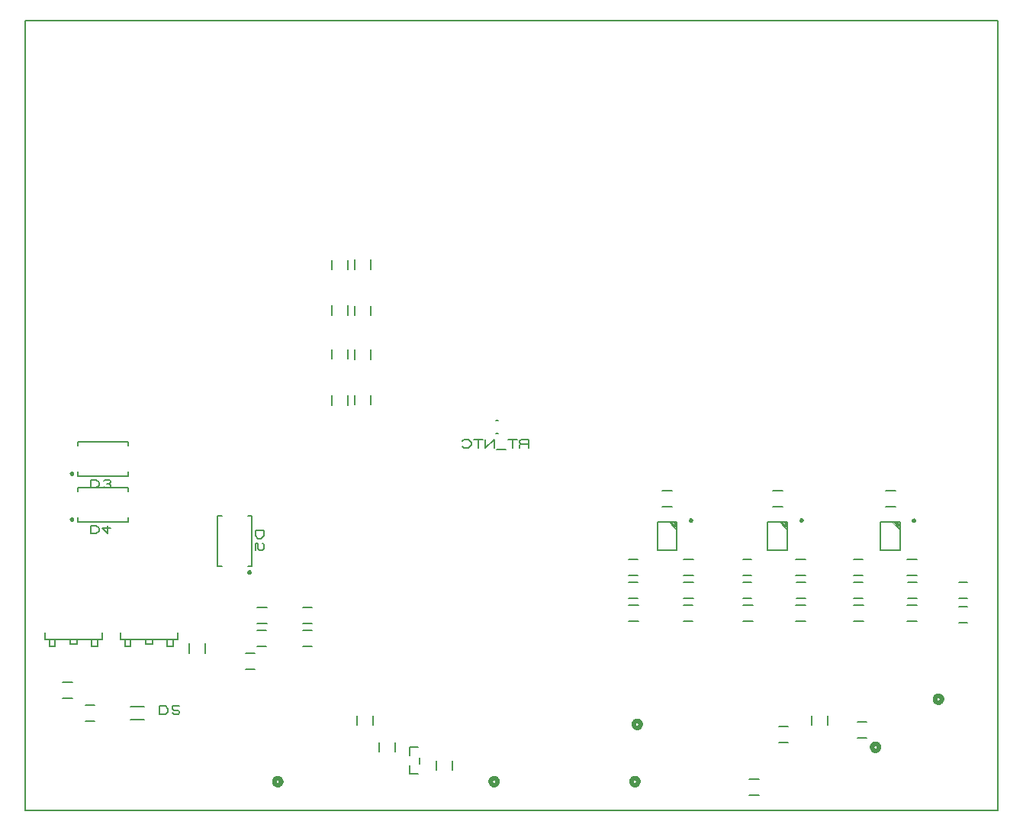
<source format=gbr>
G04 PROTEUS GERBER X2 FILE*
%TF.GenerationSoftware,Labcenter,Proteus,8.7-SP3-Build25561*%
%TF.CreationDate,2021-07-03T21:28:02+00:00*%
%TF.FileFunction,Legend,Bot*%
%TF.FilePolarity,Positive*%
%TF.Part,Single*%
%TF.SameCoordinates,{f2efd226-c5f6-4210-91bb-6bc09b7e039f}*%
%FSLAX45Y45*%
%MOMM*%
G01*
%TA.AperFunction,Profile*%
%ADD39C,0.203200*%
%TA.AperFunction,Material*%
%ADD48C,0.200000*%
%ADD46C,0.203200*%
%ADD52C,0.250000*%
%ADD53C,0.100000*%
%ADD49C,0.508000*%
%TD.AperFunction*%
D39*
X-1079500Y-6413500D02*
X+9715500Y-6413500D01*
X+9715500Y+2349500D01*
X-1079500Y+2349500D01*
X-1079500Y-6413500D01*
D48*
X+2503000Y-811000D02*
X+2503000Y-921000D01*
X+2323000Y-811000D02*
X+2323000Y-921000D01*
X+2503000Y-313000D02*
X+2503000Y-413000D01*
X+2323000Y-313000D02*
X+2323000Y-413000D01*
X+2757000Y-303000D02*
X+2757000Y-413000D01*
X+2577000Y-303000D02*
X+2577000Y-413000D01*
X+2757000Y-821000D02*
X+2757000Y-921000D01*
X+2577000Y-821000D02*
X+2577000Y-921000D01*
D46*
X-228600Y-4445000D02*
X-228600Y-4521200D01*
X-863600Y-4521200D01*
X-863600Y-4445000D01*
X-508000Y-4521200D02*
X-508000Y-4572000D01*
X-584200Y-4572000D01*
X-584200Y-4521200D01*
X-279400Y-4521200D02*
X-279400Y-4597400D01*
X-342900Y-4597400D01*
X-342900Y-4521200D01*
X-812800Y-4521200D02*
X-812800Y-4597400D01*
X-749300Y-4597400D01*
X-749300Y-4521200D02*
X-749300Y-4597400D01*
X+609600Y-4445000D02*
X+609600Y-4521200D01*
X-25400Y-4521200D01*
X-25400Y-4445000D01*
X+330200Y-4521200D02*
X+330200Y-4572000D01*
X+254000Y-4572000D01*
X+254000Y-4521200D01*
X+558800Y-4521200D02*
X+558800Y-4597400D01*
X+495300Y-4597400D01*
X+495300Y-4521200D01*
X+25400Y-4521200D02*
X+25400Y-4597400D01*
X+88900Y-4597400D01*
X+88900Y-4521200D02*
X+88900Y-4597400D01*
D48*
X-557000Y-5170000D02*
X-667000Y-5170000D01*
X-557000Y-4990000D02*
X-667000Y-4990000D01*
X+735500Y-4667500D02*
X+735500Y-4557500D01*
X+915500Y-4667500D02*
X+915500Y-4557500D01*
X+2757000Y-1301500D02*
X+2757000Y-1411500D01*
X+2577000Y-1301500D02*
X+2577000Y-1411500D01*
X+2503000Y-1809500D02*
X+2503000Y-1919500D01*
X+2323000Y-1809500D02*
X+2323000Y-1919500D01*
X+2757000Y-1809500D02*
X+2757000Y-1909500D01*
X+2577000Y-1809500D02*
X+2577000Y-1909500D01*
X+2503000Y-1301500D02*
X+2503000Y-1401500D01*
X+2323000Y-1301500D02*
X+2323000Y-1401500D01*
D52*
X+6316500Y-3195902D02*
X+6316457Y-3194863D01*
X+6316105Y-3192784D01*
X+6315368Y-3190705D01*
X+6314164Y-3188626D01*
X+6312323Y-3186576D01*
X+6310244Y-3185073D01*
X+6308165Y-3184116D01*
X+6306086Y-3183577D01*
X+6304007Y-3183402D01*
X+6304000Y-3183402D01*
X+6291500Y-3195902D02*
X+6291543Y-3194863D01*
X+6291895Y-3192784D01*
X+6292632Y-3190705D01*
X+6293836Y-3188626D01*
X+6295677Y-3186576D01*
X+6297756Y-3185073D01*
X+6299835Y-3184116D01*
X+6301914Y-3183577D01*
X+6303993Y-3183402D01*
X+6304000Y-3183402D01*
X+6291500Y-3195902D02*
X+6291543Y-3196941D01*
X+6291895Y-3199020D01*
X+6292632Y-3201099D01*
X+6293836Y-3203178D01*
X+6295677Y-3205228D01*
X+6297756Y-3206731D01*
X+6299835Y-3207688D01*
X+6301914Y-3208227D01*
X+6303993Y-3208402D01*
X+6304000Y-3208402D01*
X+6316500Y-3195902D02*
X+6316457Y-3196941D01*
X+6316105Y-3199020D01*
X+6315368Y-3201099D01*
X+6314164Y-3203178D01*
X+6312323Y-3205228D01*
X+6310244Y-3206731D01*
X+6308165Y-3207688D01*
X+6306086Y-3208227D01*
X+6304007Y-3208402D01*
X+6304000Y-3208402D01*
D48*
X+6154000Y-3525902D02*
X+5934000Y-3525902D01*
X+5934000Y-3215902D01*
X+6154000Y-3215902D01*
X+6154000Y-3525902D01*
D53*
X+6154000Y-3225902D02*
X+6144000Y-3215902D01*
X+6154000Y-3235902D02*
X+6134000Y-3215902D01*
X+6154000Y-3245902D02*
X+6124000Y-3215902D01*
X+6154000Y-3255902D02*
X+6114000Y-3215902D01*
X+6154000Y-3265902D02*
X+6104000Y-3215902D01*
X+6154000Y-3275902D02*
X+6094000Y-3215902D01*
X+6154000Y-3285902D02*
X+6084000Y-3215902D01*
X+6154000Y-3295902D02*
X+6074000Y-3215902D01*
X+6154000Y-3305902D02*
X+6064000Y-3215902D01*
D52*
X+7543607Y-3195533D02*
X+7543564Y-3194494D01*
X+7543212Y-3192415D01*
X+7542475Y-3190336D01*
X+7541271Y-3188257D01*
X+7539430Y-3186207D01*
X+7537351Y-3184704D01*
X+7535272Y-3183747D01*
X+7533193Y-3183208D01*
X+7531114Y-3183033D01*
X+7531107Y-3183033D01*
X+7518607Y-3195533D02*
X+7518650Y-3194494D01*
X+7519002Y-3192415D01*
X+7519739Y-3190336D01*
X+7520943Y-3188257D01*
X+7522784Y-3186207D01*
X+7524863Y-3184704D01*
X+7526942Y-3183747D01*
X+7529021Y-3183208D01*
X+7531100Y-3183033D01*
X+7531107Y-3183033D01*
X+7518607Y-3195533D02*
X+7518650Y-3196572D01*
X+7519002Y-3198651D01*
X+7519739Y-3200730D01*
X+7520943Y-3202809D01*
X+7522784Y-3204859D01*
X+7524863Y-3206362D01*
X+7526942Y-3207319D01*
X+7529021Y-3207858D01*
X+7531100Y-3208033D01*
X+7531107Y-3208033D01*
X+7543607Y-3195533D02*
X+7543564Y-3196572D01*
X+7543212Y-3198651D01*
X+7542475Y-3200730D01*
X+7541271Y-3202809D01*
X+7539430Y-3204859D01*
X+7537351Y-3206362D01*
X+7535272Y-3207319D01*
X+7533193Y-3207858D01*
X+7531114Y-3208033D01*
X+7531107Y-3208033D01*
D48*
X+7381107Y-3525533D02*
X+7161107Y-3525533D01*
X+7161107Y-3215533D01*
X+7381107Y-3215533D01*
X+7381107Y-3525533D01*
D53*
X+7381107Y-3225533D02*
X+7371107Y-3215533D01*
X+7381107Y-3235533D02*
X+7361107Y-3215533D01*
X+7381107Y-3245533D02*
X+7351107Y-3215533D01*
X+7381107Y-3255533D02*
X+7341107Y-3215533D01*
X+7381107Y-3265533D02*
X+7331107Y-3215533D01*
X+7381107Y-3275533D02*
X+7321107Y-3215533D01*
X+7381107Y-3285533D02*
X+7311107Y-3215533D01*
X+7381107Y-3295533D02*
X+7301107Y-3215533D01*
X+7381107Y-3305533D02*
X+7291107Y-3215533D01*
D52*
X+8793369Y-3197033D02*
X+8793326Y-3195994D01*
X+8792974Y-3193915D01*
X+8792237Y-3191836D01*
X+8791033Y-3189757D01*
X+8789192Y-3187707D01*
X+8787113Y-3186204D01*
X+8785034Y-3185247D01*
X+8782955Y-3184708D01*
X+8780876Y-3184533D01*
X+8780869Y-3184533D01*
X+8768369Y-3197033D02*
X+8768412Y-3195994D01*
X+8768764Y-3193915D01*
X+8769501Y-3191836D01*
X+8770705Y-3189757D01*
X+8772546Y-3187707D01*
X+8774625Y-3186204D01*
X+8776704Y-3185247D01*
X+8778783Y-3184708D01*
X+8780862Y-3184533D01*
X+8780869Y-3184533D01*
X+8768369Y-3197033D02*
X+8768412Y-3198072D01*
X+8768764Y-3200151D01*
X+8769501Y-3202230D01*
X+8770705Y-3204309D01*
X+8772546Y-3206359D01*
X+8774625Y-3207862D01*
X+8776704Y-3208819D01*
X+8778783Y-3209358D01*
X+8780862Y-3209533D01*
X+8780869Y-3209533D01*
X+8793369Y-3197033D02*
X+8793326Y-3198072D01*
X+8792974Y-3200151D01*
X+8792237Y-3202230D01*
X+8791033Y-3204309D01*
X+8789192Y-3206359D01*
X+8787113Y-3207862D01*
X+8785034Y-3208819D01*
X+8782955Y-3209358D01*
X+8780876Y-3209533D01*
X+8780869Y-3209533D01*
D48*
X+8630869Y-3527033D02*
X+8410869Y-3527033D01*
X+8410869Y-3217033D01*
X+8630869Y-3217033D01*
X+8630869Y-3527033D01*
D53*
X+8630869Y-3227033D02*
X+8620869Y-3217033D01*
X+8630869Y-3237033D02*
X+8610869Y-3217033D01*
X+8630869Y-3247033D02*
X+8600869Y-3217033D01*
X+8630869Y-3257033D02*
X+8590869Y-3217033D01*
X+8630869Y-3267033D02*
X+8580869Y-3217033D01*
X+8630869Y-3277033D02*
X+8570869Y-3217033D01*
X+8630869Y-3287033D02*
X+8560869Y-3217033D01*
X+8630869Y-3297033D02*
X+8550869Y-3217033D01*
X+8630869Y-3307033D02*
X+8540869Y-3217033D01*
D48*
X+6100500Y-3047402D02*
X+5990500Y-3047402D01*
X+6100500Y-2867402D02*
X+5990500Y-2867402D01*
X+7327607Y-3047033D02*
X+7217607Y-3047033D01*
X+7327607Y-2867033D02*
X+7217607Y-2867033D01*
X+8577369Y-3048533D02*
X+8467369Y-3048533D01*
X+8577369Y-2868533D02*
X+8467369Y-2868533D01*
X+6337000Y-3809402D02*
X+6227000Y-3809402D01*
X+6337000Y-3629402D02*
X+6227000Y-3629402D01*
X+7581607Y-3809033D02*
X+7471607Y-3809033D01*
X+7581607Y-3629033D02*
X+7471607Y-3629033D01*
X+8813869Y-3809033D02*
X+8703869Y-3809033D01*
X+8813869Y-3629033D02*
X+8703869Y-3629033D01*
X+6337000Y-4063402D02*
X+6227000Y-4063402D01*
X+6337000Y-3883402D02*
X+6227000Y-3883402D01*
X+5729500Y-4317402D02*
X+5619500Y-4317402D01*
X+5729500Y-4137402D02*
X+5619500Y-4137402D01*
X+5619500Y-3629402D02*
X+5719500Y-3629402D01*
X+5619500Y-3809402D02*
X+5719500Y-3809402D01*
X+6327000Y-4317402D02*
X+6227000Y-4317402D01*
X+6327000Y-4137402D02*
X+6227000Y-4137402D01*
X+5719500Y-4063402D02*
X+5619500Y-4063402D01*
X+5719500Y-3883402D02*
X+5619500Y-3883402D01*
X+6882607Y-3629033D02*
X+6982607Y-3629033D01*
X+6882607Y-3809033D02*
X+6982607Y-3809033D01*
X+7581607Y-4063033D02*
X+7481607Y-4063033D01*
X+7581607Y-3883033D02*
X+7481607Y-3883033D01*
X+6982607Y-4063033D02*
X+6882607Y-4063033D01*
X+6982607Y-3883033D02*
X+6882607Y-3883033D01*
X+8114869Y-3629033D02*
X+8214869Y-3629033D01*
X+8114869Y-3809033D02*
X+8214869Y-3809033D01*
X+8813869Y-4063033D02*
X+8713869Y-4063033D01*
X+8813869Y-3883033D02*
X+8713869Y-3883033D01*
X+8214869Y-4063033D02*
X+8114869Y-4063033D01*
X+8214869Y-3883033D02*
X+8114869Y-3883033D01*
X+6992607Y-4317033D02*
X+6882607Y-4317033D01*
X+6992607Y-4137033D02*
X+6882607Y-4137033D01*
X+7581607Y-4317033D02*
X+7471607Y-4317033D01*
X+7581607Y-4137033D02*
X+7471607Y-4137033D01*
X+8224869Y-4317033D02*
X+8114869Y-4317033D01*
X+8224869Y-4137033D02*
X+8114869Y-4137033D01*
X+8813869Y-4317033D02*
X+8703869Y-4317033D01*
X+8813869Y-4137033D02*
X+8703869Y-4137033D01*
X+7063000Y-6249500D02*
X+6953000Y-6249500D01*
X+7063000Y-6069500D02*
X+6953000Y-6069500D01*
X+1602000Y-4344500D02*
X+1492000Y-4344500D01*
X+1602000Y-4164500D02*
X+1492000Y-4164500D01*
D46*
X+83820Y-5407660D02*
X+236220Y-5407660D01*
X+86360Y-5260340D02*
X+236220Y-5260340D01*
X+411480Y-5257801D02*
X+411480Y-5349241D01*
X+474980Y-5349241D01*
X+506730Y-5318761D01*
X+506730Y-5288281D01*
X+474980Y-5257801D01*
X+411480Y-5257801D01*
X+554355Y-5334001D02*
X+570230Y-5349241D01*
X+617855Y-5349241D01*
X+633730Y-5334001D01*
X+633730Y-5318761D01*
X+617855Y-5303521D01*
X+570230Y-5303521D01*
X+554355Y-5288281D01*
X+554355Y-5257801D01*
X+633730Y-5257801D01*
D49*
X+9093200Y-5181500D02*
X+9093069Y-5178342D01*
X+9092003Y-5172024D01*
X+9089772Y-5165706D01*
X+9086127Y-5159388D01*
X+9080552Y-5153149D01*
X+9074234Y-5148553D01*
X+9067916Y-5145620D01*
X+9061598Y-5143958D01*
X+9055280Y-5143400D01*
X+9055100Y-5143400D01*
X+9017000Y-5181500D02*
X+9017131Y-5178342D01*
X+9018197Y-5172024D01*
X+9020428Y-5165706D01*
X+9024073Y-5159388D01*
X+9029648Y-5153149D01*
X+9035966Y-5148553D01*
X+9042284Y-5145620D01*
X+9048602Y-5143958D01*
X+9054920Y-5143400D01*
X+9055100Y-5143400D01*
X+9017000Y-5181500D02*
X+9017131Y-5184658D01*
X+9018197Y-5190976D01*
X+9020428Y-5197294D01*
X+9024073Y-5203612D01*
X+9029648Y-5209851D01*
X+9035966Y-5214447D01*
X+9042284Y-5217380D01*
X+9048602Y-5219042D01*
X+9054920Y-5219600D01*
X+9055100Y-5219600D01*
X+9093200Y-5181500D02*
X+9093069Y-5184658D01*
X+9092003Y-5190976D01*
X+9089772Y-5197294D01*
X+9086127Y-5203612D01*
X+9080552Y-5209851D01*
X+9074234Y-5214447D01*
X+9067916Y-5217380D01*
X+9061598Y-5219042D01*
X+9055280Y-5219600D01*
X+9055100Y-5219600D01*
D48*
X+8159500Y-5434500D02*
X+8259500Y-5434500D01*
X+8159500Y-5614500D02*
X+8259500Y-5614500D01*
X+7288500Y-5480499D02*
X+7388500Y-5480499D01*
X+7288500Y-5660499D02*
X+7388500Y-5660499D01*
X+7647500Y-5465500D02*
X+7647500Y-5365500D01*
X+7827500Y-5465500D02*
X+7827500Y-5365500D01*
X+9279200Y-4151800D02*
X+9379200Y-4151800D01*
X+9279200Y-4331800D02*
X+9379200Y-4331800D01*
X-313000Y-5424000D02*
X-413000Y-5424000D01*
X-313000Y-5244000D02*
X-413000Y-5244000D01*
X+2000000Y-4418500D02*
X+2100000Y-4418500D01*
X+2000000Y-4598500D02*
X+2100000Y-4598500D01*
X+2000000Y-4164500D02*
X+2100000Y-4164500D01*
X+2000000Y-4344500D02*
X+2100000Y-4344500D01*
X+1492000Y-4418500D02*
X+1592000Y-4418500D01*
X+1492000Y-4598500D02*
X+1592000Y-4598500D01*
X+1465000Y-4852500D02*
X+1365000Y-4852500D01*
X+1465000Y-4672500D02*
X+1365000Y-4672500D01*
D49*
X+8394600Y-5715000D02*
X+8394469Y-5711842D01*
X+8393403Y-5705524D01*
X+8391172Y-5699206D01*
X+8387527Y-5692888D01*
X+8381952Y-5686649D01*
X+8375634Y-5682053D01*
X+8369316Y-5679120D01*
X+8362998Y-5677458D01*
X+8356680Y-5676900D01*
X+8356500Y-5676900D01*
X+8318400Y-5715000D02*
X+8318531Y-5711842D01*
X+8319597Y-5705524D01*
X+8321828Y-5699206D01*
X+8325473Y-5692888D01*
X+8331048Y-5686649D01*
X+8337366Y-5682053D01*
X+8343684Y-5679120D01*
X+8350002Y-5677458D01*
X+8356320Y-5676900D01*
X+8356500Y-5676900D01*
X+8318400Y-5715000D02*
X+8318531Y-5718158D01*
X+8319597Y-5724476D01*
X+8321828Y-5730794D01*
X+8325473Y-5737112D01*
X+8331048Y-5743351D01*
X+8337366Y-5747947D01*
X+8343684Y-5750880D01*
X+8350002Y-5752542D01*
X+8356320Y-5753100D01*
X+8356500Y-5753100D01*
X+8394600Y-5715000D02*
X+8394469Y-5718158D01*
X+8393403Y-5724476D01*
X+8391172Y-5730794D01*
X+8387527Y-5737112D01*
X+8381952Y-5743351D01*
X+8375634Y-5747947D01*
X+8369316Y-5750880D01*
X+8362998Y-5752542D01*
X+8356680Y-5753100D01*
X+8356500Y-5753100D01*
X+4162600Y-6096000D02*
X+4162469Y-6092842D01*
X+4161403Y-6086524D01*
X+4159172Y-6080206D01*
X+4155527Y-6073888D01*
X+4149952Y-6067649D01*
X+4143634Y-6063053D01*
X+4137316Y-6060120D01*
X+4130998Y-6058458D01*
X+4124680Y-6057900D01*
X+4124500Y-6057900D01*
X+4086400Y-6096000D02*
X+4086531Y-6092842D01*
X+4087597Y-6086524D01*
X+4089828Y-6080206D01*
X+4093473Y-6073888D01*
X+4099048Y-6067649D01*
X+4105366Y-6063053D01*
X+4111684Y-6060120D01*
X+4118002Y-6058458D01*
X+4124320Y-6057900D01*
X+4124500Y-6057900D01*
X+4086400Y-6096000D02*
X+4086531Y-6099158D01*
X+4087597Y-6105476D01*
X+4089828Y-6111794D01*
X+4093473Y-6118112D01*
X+4099048Y-6124351D01*
X+4105366Y-6128947D01*
X+4111684Y-6131880D01*
X+4118002Y-6133542D01*
X+4124320Y-6134100D01*
X+4124500Y-6134100D01*
X+4162600Y-6096000D02*
X+4162469Y-6099158D01*
X+4161403Y-6105476D01*
X+4159172Y-6111794D01*
X+4155527Y-6118112D01*
X+4149952Y-6124351D01*
X+4143634Y-6128947D01*
X+4137316Y-6131880D01*
X+4130998Y-6133542D01*
X+4124680Y-6134100D01*
X+4124500Y-6134100D01*
X+5724600Y-6096000D02*
X+5724469Y-6092842D01*
X+5723403Y-6086524D01*
X+5721172Y-6080206D01*
X+5717527Y-6073888D01*
X+5711952Y-6067649D01*
X+5705634Y-6063053D01*
X+5699316Y-6060120D01*
X+5692998Y-6058458D01*
X+5686680Y-6057900D01*
X+5686500Y-6057900D01*
X+5648400Y-6096000D02*
X+5648531Y-6092842D01*
X+5649597Y-6086524D01*
X+5651828Y-6080206D01*
X+5655473Y-6073888D01*
X+5661048Y-6067649D01*
X+5667366Y-6063053D01*
X+5673684Y-6060120D01*
X+5680002Y-6058458D01*
X+5686320Y-6057900D01*
X+5686500Y-6057900D01*
X+5648400Y-6096000D02*
X+5648531Y-6099158D01*
X+5649597Y-6105476D01*
X+5651828Y-6111794D01*
X+5655473Y-6118112D01*
X+5661048Y-6124351D01*
X+5667366Y-6128947D01*
X+5673684Y-6131880D01*
X+5680002Y-6133542D01*
X+5686320Y-6134100D01*
X+5686500Y-6134100D01*
X+5724600Y-6096000D02*
X+5724469Y-6099158D01*
X+5723403Y-6105476D01*
X+5721172Y-6111794D01*
X+5717527Y-6118112D01*
X+5711952Y-6124351D01*
X+5705634Y-6128947D01*
X+5699316Y-6131880D01*
X+5692998Y-6133542D01*
X+5686680Y-6134100D01*
X+5686500Y-6134100D01*
X+5750100Y-5461000D02*
X+5749969Y-5457842D01*
X+5748903Y-5451524D01*
X+5746672Y-5445206D01*
X+5743027Y-5438888D01*
X+5737452Y-5432649D01*
X+5731134Y-5428053D01*
X+5724816Y-5425120D01*
X+5718498Y-5423458D01*
X+5712180Y-5422900D01*
X+5712000Y-5422900D01*
X+5673900Y-5461000D02*
X+5674031Y-5457842D01*
X+5675097Y-5451524D01*
X+5677328Y-5445206D01*
X+5680973Y-5438888D01*
X+5686548Y-5432649D01*
X+5692866Y-5428053D01*
X+5699184Y-5425120D01*
X+5705502Y-5423458D01*
X+5711820Y-5422900D01*
X+5712000Y-5422900D01*
X+5673900Y-5461000D02*
X+5674031Y-5464158D01*
X+5675097Y-5470476D01*
X+5677328Y-5476794D01*
X+5680973Y-5483112D01*
X+5686548Y-5489351D01*
X+5692866Y-5493947D01*
X+5699184Y-5496880D01*
X+5705502Y-5498542D01*
X+5711820Y-5499100D01*
X+5712000Y-5499100D01*
X+5750100Y-5461000D02*
X+5749969Y-5464158D01*
X+5748903Y-5470476D01*
X+5746672Y-5476794D01*
X+5743027Y-5483112D01*
X+5737452Y-5489351D01*
X+5731134Y-5493947D01*
X+5724816Y-5496880D01*
X+5718498Y-5498542D01*
X+5712180Y-5499100D01*
X+5712000Y-5499100D01*
X+1760831Y-6096000D02*
X+1760700Y-6092842D01*
X+1759634Y-6086524D01*
X+1757403Y-6080206D01*
X+1753758Y-6073888D01*
X+1748183Y-6067649D01*
X+1741865Y-6063053D01*
X+1735547Y-6060120D01*
X+1729229Y-6058458D01*
X+1722911Y-6057900D01*
X+1722731Y-6057900D01*
X+1684631Y-6096000D02*
X+1684762Y-6092842D01*
X+1685828Y-6086524D01*
X+1688059Y-6080206D01*
X+1691704Y-6073888D01*
X+1697279Y-6067649D01*
X+1703597Y-6063053D01*
X+1709915Y-6060120D01*
X+1716233Y-6058458D01*
X+1722551Y-6057900D01*
X+1722731Y-6057900D01*
X+1684631Y-6096000D02*
X+1684762Y-6099158D01*
X+1685828Y-6105476D01*
X+1688059Y-6111794D01*
X+1691704Y-6118112D01*
X+1697279Y-6124351D01*
X+1703597Y-6128947D01*
X+1709915Y-6131880D01*
X+1716233Y-6133542D01*
X+1722551Y-6134100D01*
X+1722731Y-6134100D01*
X+1760831Y-6096000D02*
X+1760700Y-6099158D01*
X+1759634Y-6105476D01*
X+1757403Y-6111794D01*
X+1753758Y-6118112D01*
X+1748183Y-6124351D01*
X+1741865Y-6128947D01*
X+1735547Y-6131880D01*
X+1729229Y-6133542D01*
X+1722911Y-6134100D01*
X+1722731Y-6134100D01*
D48*
X+4139500Y-2089000D02*
X+4169500Y-2089000D01*
X+4139500Y-2229000D02*
X+4169500Y-2229000D01*
D46*
X+4503750Y-2392670D02*
X+4503750Y-2301230D01*
X+4424375Y-2301230D01*
X+4408500Y-2316470D01*
X+4408500Y-2331710D01*
X+4424375Y-2346950D01*
X+4503750Y-2346950D01*
X+4424375Y-2346950D02*
X+4408500Y-2362190D01*
X+4408500Y-2392670D01*
X+4376750Y-2301230D02*
X+4281500Y-2301230D01*
X+4329125Y-2301230D02*
X+4329125Y-2392670D01*
X+4249750Y-2407910D02*
X+4154500Y-2407910D01*
X+4122750Y-2392670D02*
X+4122750Y-2301230D01*
X+4027500Y-2392670D01*
X+4027500Y-2301230D01*
X+3995750Y-2301230D02*
X+3900500Y-2301230D01*
X+3948125Y-2301230D02*
X+3948125Y-2392670D01*
X+3773500Y-2377430D02*
X+3789375Y-2392670D01*
X+3837000Y-2392670D01*
X+3868750Y-2362190D01*
X+3868750Y-2331710D01*
X+3837000Y-2301230D01*
X+3789375Y-2301230D01*
X+3773500Y-2316470D01*
D48*
X+2602400Y-5467600D02*
X+2602400Y-5367600D01*
X+2782400Y-5467600D02*
X+2782400Y-5367600D01*
X+3658700Y-5862900D02*
X+3658700Y-5962900D01*
X+3478700Y-5862900D02*
X+3478700Y-5962900D01*
X+2843700Y-5759700D02*
X+2843700Y-5659700D01*
X+3023700Y-5759700D02*
X+3023700Y-5659700D01*
D46*
X+3185160Y-6004560D02*
X+3185160Y-5915660D01*
X+3296920Y-5897880D02*
X+3296920Y-5826760D01*
X+3185160Y-6004560D02*
X+3276600Y-6004560D01*
X+3279140Y-5715000D02*
X+3185160Y-5715000D01*
X+3185160Y-5801360D01*
D52*
X-552000Y-3182600D02*
X-552043Y-3181561D01*
X-552395Y-3179482D01*
X-553132Y-3177403D01*
X-554336Y-3175324D01*
X-556177Y-3173274D01*
X-558256Y-3171771D01*
X-560335Y-3170814D01*
X-562414Y-3170275D01*
X-564493Y-3170100D01*
X-564500Y-3170100D01*
X-577000Y-3182600D02*
X-576957Y-3181561D01*
X-576605Y-3179482D01*
X-575868Y-3177403D01*
X-574664Y-3175324D01*
X-572823Y-3173274D01*
X-570744Y-3171771D01*
X-568665Y-3170814D01*
X-566586Y-3170275D01*
X-564507Y-3170100D01*
X-564500Y-3170100D01*
X-577000Y-3182600D02*
X-576957Y-3183639D01*
X-576605Y-3185718D01*
X-575868Y-3187797D01*
X-574664Y-3189876D01*
X-572823Y-3191926D01*
X-570744Y-3193429D01*
X-568665Y-3194386D01*
X-566586Y-3194925D01*
X-564507Y-3195100D01*
X-564500Y-3195100D01*
X-552000Y-3182600D02*
X-552043Y-3183639D01*
X-552395Y-3185718D01*
X-553132Y-3187797D01*
X-554336Y-3189876D01*
X-556177Y-3191926D01*
X-558256Y-3193429D01*
X-560335Y-3194386D01*
X-562414Y-3194925D01*
X-564493Y-3195100D01*
X-564500Y-3195100D01*
D48*
X-499500Y-3167600D02*
X-499500Y-3212600D01*
X+60500Y-3212600D01*
X+60500Y-3167600D01*
X-499500Y-2877600D02*
X-499500Y-2832600D01*
X+60500Y-2832600D01*
X+60500Y-2877600D01*
D46*
X-352750Y-3253080D02*
X-352750Y-3344520D01*
X-289250Y-3344520D01*
X-257500Y-3314040D01*
X-257500Y-3283560D01*
X-289250Y-3253080D01*
X-352750Y-3253080D01*
X-130500Y-3283560D02*
X-225750Y-3283560D01*
X-162250Y-3344520D01*
X-162250Y-3253080D01*
D52*
X-552000Y-2674600D02*
X-552043Y-2673561D01*
X-552395Y-2671482D01*
X-553132Y-2669403D01*
X-554336Y-2667324D01*
X-556177Y-2665274D01*
X-558256Y-2663771D01*
X-560335Y-2662814D01*
X-562414Y-2662275D01*
X-564493Y-2662100D01*
X-564500Y-2662100D01*
X-577000Y-2674600D02*
X-576957Y-2673561D01*
X-576605Y-2671482D01*
X-575868Y-2669403D01*
X-574664Y-2667324D01*
X-572823Y-2665274D01*
X-570744Y-2663771D01*
X-568665Y-2662814D01*
X-566586Y-2662275D01*
X-564507Y-2662100D01*
X-564500Y-2662100D01*
X-577000Y-2674600D02*
X-576957Y-2675639D01*
X-576605Y-2677718D01*
X-575868Y-2679797D01*
X-574664Y-2681876D01*
X-572823Y-2683926D01*
X-570744Y-2685429D01*
X-568665Y-2686386D01*
X-566586Y-2686925D01*
X-564507Y-2687100D01*
X-564500Y-2687100D01*
X-552000Y-2674600D02*
X-552043Y-2675639D01*
X-552395Y-2677718D01*
X-553132Y-2679797D01*
X-554336Y-2681876D01*
X-556177Y-2683926D01*
X-558256Y-2685429D01*
X-560335Y-2686386D01*
X-562414Y-2686925D01*
X-564493Y-2687100D01*
X-564500Y-2687100D01*
D48*
X-499500Y-2659600D02*
X-499500Y-2704600D01*
X+60500Y-2704600D01*
X+60500Y-2659600D01*
X-499500Y-2369600D02*
X-499500Y-2324600D01*
X+60500Y-2324600D01*
X+60500Y-2369600D01*
D46*
X-352750Y-2745080D02*
X-352750Y-2836520D01*
X-289250Y-2836520D01*
X-257500Y-2806040D01*
X-257500Y-2775560D01*
X-289250Y-2745080D01*
X-352750Y-2745080D01*
X-209875Y-2821280D02*
X-194000Y-2836520D01*
X-146375Y-2836520D01*
X-130500Y-2821280D01*
X-130500Y-2806040D01*
X-146375Y-2790800D01*
X-130500Y-2775560D01*
X-130500Y-2760320D01*
X-146375Y-2745080D01*
X-194000Y-2745080D01*
X-209875Y-2760320D01*
X-178125Y-2790800D02*
X-146375Y-2790800D01*
D52*
X+1417100Y-3770400D02*
X+1417057Y-3769361D01*
X+1416705Y-3767282D01*
X+1415968Y-3765203D01*
X+1414764Y-3763124D01*
X+1412923Y-3761074D01*
X+1410844Y-3759571D01*
X+1408765Y-3758614D01*
X+1406686Y-3758075D01*
X+1404607Y-3757900D01*
X+1404600Y-3757900D01*
X+1392100Y-3770400D02*
X+1392143Y-3769361D01*
X+1392495Y-3767282D01*
X+1393232Y-3765203D01*
X+1394436Y-3763124D01*
X+1396277Y-3761074D01*
X+1398356Y-3759571D01*
X+1400435Y-3758614D01*
X+1402514Y-3758075D01*
X+1404593Y-3757900D01*
X+1404600Y-3757900D01*
X+1392100Y-3770400D02*
X+1392143Y-3771439D01*
X+1392495Y-3773518D01*
X+1393232Y-3775597D01*
X+1394436Y-3777676D01*
X+1396277Y-3779726D01*
X+1398356Y-3781229D01*
X+1400435Y-3782186D01*
X+1402514Y-3782725D01*
X+1404593Y-3782900D01*
X+1404600Y-3782900D01*
X+1417100Y-3770400D02*
X+1417057Y-3771439D01*
X+1416705Y-3773518D01*
X+1415968Y-3775597D01*
X+1414764Y-3777676D01*
X+1412923Y-3779726D01*
X+1410844Y-3781229D01*
X+1408765Y-3782186D01*
X+1406686Y-3782725D01*
X+1404607Y-3782900D01*
X+1404600Y-3782900D01*
D48*
X+1389600Y-3705400D02*
X+1434600Y-3705400D01*
X+1434600Y-3145400D01*
X+1389600Y-3145400D01*
X+1099600Y-3705400D02*
X+1054600Y-3705400D01*
X+1054600Y-3145400D01*
X+1099600Y-3145400D01*
D46*
X+1566520Y-3304650D02*
X+1475080Y-3304650D01*
X+1475080Y-3368150D01*
X+1505560Y-3399900D01*
X+1536040Y-3399900D01*
X+1566520Y-3368150D01*
X+1566520Y-3304650D01*
X+1475080Y-3526900D02*
X+1475080Y-3447525D01*
X+1505560Y-3447525D01*
X+1505560Y-3511025D01*
X+1520800Y-3526900D01*
X+1551280Y-3526900D01*
X+1566520Y-3511025D01*
X+1566520Y-3463400D01*
X+1551280Y-3447525D01*
D48*
X+9379200Y-4065100D02*
X+9279200Y-4065100D01*
X+9379200Y-3885100D02*
X+9279200Y-3885100D01*
M02*

</source>
